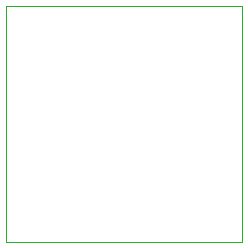
<source format=gm1>
G04 #@! TF.GenerationSoftware,KiCad,Pcbnew,8.0.4*
G04 #@! TF.CreationDate,2024-08-04T13:10:16-04:00*
G04 #@! TF.ProjectId,WormshakerPCB,576f726d-7368-4616-9b65-725043422e6b,rev?*
G04 #@! TF.SameCoordinates,Original*
G04 #@! TF.FileFunction,Profile,NP*
%FSLAX46Y46*%
G04 Gerber Fmt 4.6, Leading zero omitted, Abs format (unit mm)*
G04 Created by KiCad (PCBNEW 8.0.4) date 2024-08-04 13:10:16*
%MOMM*%
%LPD*%
G01*
G04 APERTURE LIST*
G04 #@! TA.AperFunction,Profile*
%ADD10C,0.050000*%
G04 #@! TD*
G04 APERTURE END LIST*
D10*
X140000000Y-80000000D02*
X160000000Y-80000000D01*
X160000000Y-100000000D01*
X140000000Y-100000000D01*
X140000000Y-80000000D01*
M02*

</source>
